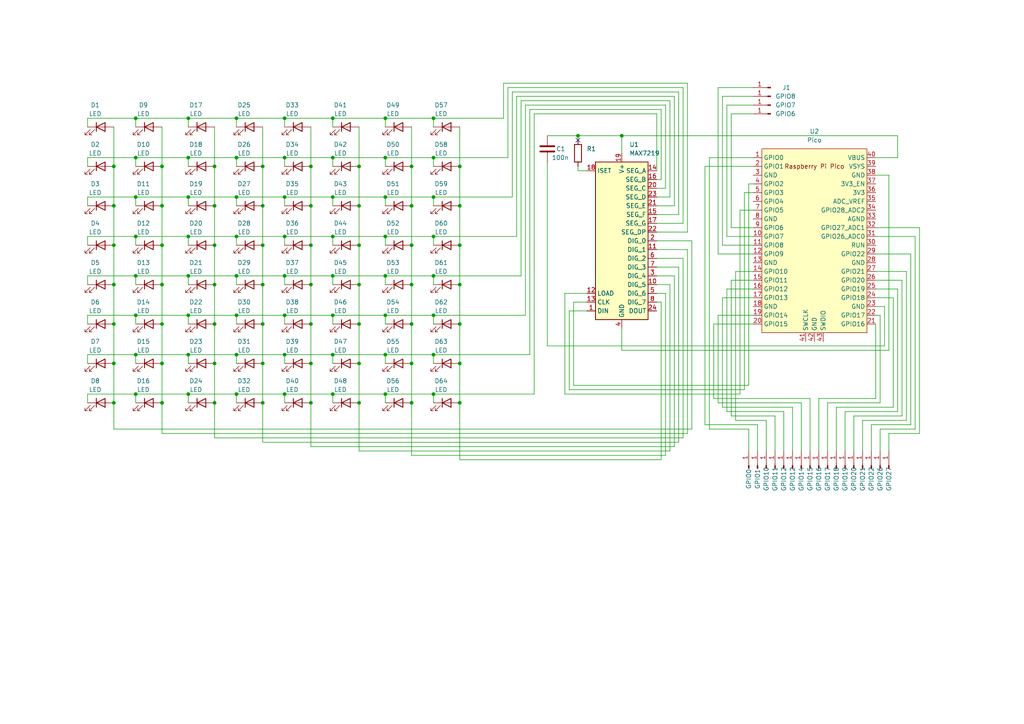
<source format=kicad_sch>
(kicad_sch (version 20231120) (generator "eeschema") (generator_version "8.0")
  (paper "A4")
  (junction (at 68.58 34.29))
  (junction (at 111.76 57.15))
  (junction (at 167.64 39.37))
  (junction (at 62.23 71.12))
  (junction (at 68.58 80.01))
  (junction (at 180.34 39.37))
  (junction (at 125.73 34.29))
  (junction (at 62.23 59.69))
  (junction (at 96.52 68.58))
  (junction (at 90.17 93.98))
  (junction (at 68.58 45.72))
  (junction (at 104.14 48.26))
  (junction (at 96.52 34.29))
  (junction (at 104.14 116.84))
  (junction (at 133.35 105.41))
  (junction (at 39.37 68.58))
  (junction (at 82.55 34.29))
  (junction (at 104.14 93.98))
  (junction (at 62.23 82.55))
  (junction (at 54.61 45.72))
  (junction (at 62.23 116.84))
  (junction (at 33.02 93.98))
  (junction (at 96.52 57.15))
  (junction (at 90.17 105.41))
  (junction (at 62.23 48.26))
  (junction (at 96.52 102.87))
  (junction (at 46.99 93.98))
  (junction (at 39.37 45.72))
  (junction (at 68.58 57.15))
  (junction (at 68.58 68.58))
  (junction (at 104.14 82.55))
  (junction (at 62.23 93.98))
  (junction (at 76.2 59.69))
  (junction (at 33.02 116.84))
  (junction (at 33.02 82.55))
  (junction (at 119.38 116.84))
  (junction (at 125.73 102.87))
  (junction (at 90.17 71.12))
  (junction (at 82.55 91.44))
  (junction (at 82.55 102.87))
  (junction (at 54.61 57.15))
  (junction (at 46.99 71.12))
  (junction (at 54.61 102.87))
  (junction (at 111.76 80.01))
  (junction (at 133.35 93.98))
  (junction (at 54.61 34.29))
  (junction (at 76.2 105.41))
  (junction (at 90.17 59.69))
  (junction (at 46.99 105.41))
  (junction (at 54.61 114.3))
  (junction (at 125.73 114.3))
  (junction (at 125.73 91.44))
  (junction (at 111.76 114.3))
  (junction (at 90.17 116.84))
  (junction (at 125.73 80.01))
  (junction (at 133.35 48.26))
  (junction (at 125.73 45.72))
  (junction (at 133.35 71.12))
  (junction (at 46.99 59.69))
  (junction (at 90.17 82.55))
  (junction (at 46.99 48.26))
  (junction (at 39.37 34.29))
  (junction (at 33.02 71.12))
  (junction (at 96.52 80.01))
  (junction (at 119.38 71.12))
  (junction (at 33.02 48.26))
  (junction (at 125.73 57.15))
  (junction (at 82.55 57.15))
  (junction (at 54.61 80.01))
  (junction (at 119.38 93.98))
  (junction (at 39.37 114.3))
  (junction (at 39.37 91.44))
  (junction (at 33.02 105.41))
  (junction (at 96.52 45.72))
  (junction (at 111.76 45.72))
  (junction (at 76.2 71.12))
  (junction (at 82.55 45.72))
  (junction (at 76.2 48.26))
  (junction (at 133.35 82.55))
  (junction (at 111.76 68.58))
  (junction (at 104.14 59.69))
  (junction (at 62.23 105.41))
  (junction (at 119.38 82.55))
  (junction (at 96.52 114.3))
  (junction (at 111.76 34.29))
  (junction (at 68.58 91.44))
  (junction (at 68.58 114.3))
  (junction (at 82.55 68.58))
  (junction (at 111.76 91.44))
  (junction (at 33.02 59.69))
  (junction (at 125.73 68.58))
  (junction (at 39.37 57.15))
  (junction (at 46.99 116.84))
  (junction (at 54.61 91.44))
  (junction (at 119.38 59.69))
  (junction (at 46.99 82.55))
  (junction (at 96.52 91.44))
  (junction (at 54.61 68.58))
  (junction (at 133.35 59.69))
  (junction (at 76.2 82.55))
  (junction (at 104.14 105.41))
  (junction (at 119.38 48.26))
  (junction (at 82.55 80.01))
  (junction (at 39.37 102.87))
  (junction (at 133.35 116.84))
  (junction (at 68.58 102.87))
  (junction (at 90.17 48.26))
  (junction (at 104.14 71.12))
  (junction (at 76.2 93.98))
  (junction (at 111.76 102.87))
  (junction (at 82.55 114.3))
  (junction (at 39.37 80.01))
  (junction (at 119.38 105.41))
  (junction (at 76.2 116.84))
  (no_connect (at 167.64 40.64))
  (wire (pts (xy 76.2 82.55) (xy 76.2 93.98)))
  (wire (pts (xy 252.73 123.19) (xy 252.73 130.81)))
  (wire (pts (xy 68.58 57.15) (xy 82.55 57.15)))
  (wire (pts (xy 199.39 67.31) (xy 199.39 24.13)))
  (wire (pts (xy 125.73 34.29) (xy 125.73 36.83)))
  (wire (pts (xy 190.5 72.39) (xy 199.39 72.39)))
  (wire (pts (xy 119.38 93.98) (xy 119.38 105.41)))
  (wire (pts (xy 250.19 121.92) (xy 250.19 130.81)))
  (wire (pts (xy 68.58 34.29) (xy 68.58 36.83)))
  (wire (pts (xy 232.41 116.84) (xy 232.41 130.81)))
  (wire (pts (xy 218.44 78.74) (xy 213.36 78.74)))
  (wire (pts (xy 39.37 34.29) (xy 54.61 34.29)))
  (wire (pts (xy 90.17 36.83) (xy 90.17 48.26)))
  (wire (pts (xy 200.66 69.85) (xy 200.66 124.46)))
  (wire (pts (xy 125.73 57.15) (xy 125.73 59.69)))
  (wire (pts (xy 54.61 68.58) (xy 54.61 71.12)))
  (wire (pts (xy 25.4 82.55) (xy 25.4 80.01)))
  (wire (pts (xy 151.13 29.21) (xy 194.31 29.21)))
  (wire (pts (xy 215.9 55.88) (xy 215.9 113.03)))
  (wire (pts (xy 218.44 91.44) (xy 208.28 91.44)))
  (wire (pts (xy 167.64 39.37) (xy 180.34 39.37)))
  (wire (pts (xy 33.02 71.12) (xy 33.02 82.55)))
  (wire (pts (xy 219.71 123.19) (xy 219.71 130.81)))
  (wire (pts (xy 180.34 39.37) (xy 260.35 39.37)))
  (wire (pts (xy 111.76 80.01) (xy 125.73 80.01)))
  (wire (pts (xy 96.52 68.58) (xy 96.52 71.12)))
  (wire (pts (xy 39.37 91.44) (xy 54.61 91.44)))
  (wire (pts (xy 208.28 91.44) (xy 208.28 116.84)))
  (wire (pts (xy 218.44 53.34) (xy 217.17 53.34)))
  (wire (pts (xy 111.76 102.87) (xy 125.73 102.87)))
  (wire (pts (xy 33.02 59.69) (xy 33.02 71.12)))
  (wire (pts (xy 212.09 33.02) (xy 212.09 66.04)))
  (wire (pts (xy 218.44 33.02) (xy 212.09 33.02)))
  (wire (pts (xy 82.55 102.87) (xy 82.55 105.41)))
  (wire (pts (xy 39.37 34.29) (xy 39.37 36.83)))
  (wire (pts (xy 33.02 36.83) (xy 33.02 48.26)))
  (wire (pts (xy 68.58 102.87) (xy 82.55 102.87)))
  (wire (pts (xy 146.05 24.13) (xy 146.05 34.29)))
  (wire (pts (xy 194.31 130.81) (xy 194.31 82.55)))
  (wire (pts (xy 96.52 45.72) (xy 111.76 45.72)))
  (wire (pts (xy 54.61 91.44) (xy 54.61 93.98)))
  (wire (pts (xy 242.57 118.11) (xy 259.08 118.11)))
  (wire (pts (xy 82.55 114.3) (xy 96.52 114.3)))
  (wire (pts (xy 163.83 85.09) (xy 170.18 85.09)))
  (wire (pts (xy 264.16 73.66) (xy 254 73.66)))
  (wire (pts (xy 68.58 91.44) (xy 68.58 93.98)))
  (wire (pts (xy 119.38 59.69) (xy 119.38 71.12)))
  (wire (pts (xy 154.94 33.02) (xy 154.94 114.3)))
  (wire (pts (xy 196.85 62.23) (xy 190.5 62.23)))
  (wire (pts (xy 255.27 124.46) (xy 255.27 130.81)))
  (wire (pts (xy 191.77 52.07) (xy 190.5 52.07)))
  (wire (pts (xy 190.5 85.09) (xy 193.04 85.09)))
  (wire (pts (xy 46.99 82.55) (xy 46.99 93.98)))
  (wire (pts (xy 33.02 105.41) (xy 33.02 116.84)))
  (wire (pts (xy 195.58 27.94) (xy 149.86 27.94)))
  (wire (pts (xy 96.52 57.15) (xy 111.76 57.15)))
  (wire (pts (xy 62.23 36.83) (xy 62.23 48.26)))
  (wire (pts (xy 54.61 80.01) (xy 54.61 82.55)))
  (wire (pts (xy 68.58 80.01) (xy 68.58 82.55)))
  (wire (pts (xy 218.44 60.96) (xy 214.63 60.96)))
  (wire (pts (xy 90.17 129.54) (xy 195.58 129.54)))
  (wire (pts (xy 214.63 60.96) (xy 214.63 114.3)))
  (wire (pts (xy 68.58 114.3) (xy 68.58 116.84)))
  (wire (pts (xy 245.11 119.38) (xy 260.35 119.38)))
  (wire (pts (xy 247.65 120.65) (xy 261.62 120.65)))
  (wire (pts (xy 68.58 68.58) (xy 68.58 71.12)))
  (wire (pts (xy 111.76 114.3) (xy 125.73 114.3)))
  (wire (pts (xy 54.61 102.87) (xy 54.61 105.41)))
  (wire (pts (xy 210.82 30.48) (xy 210.82 68.58)))
  (wire (pts (xy 170.18 49.53) (xy 167.64 49.53)))
  (wire (pts (xy 224.79 130.81) (xy 224.79 120.65)))
  (wire (pts (xy 125.73 114.3) (xy 125.73 116.84)))
  (wire (pts (xy 266.7 66.04) (xy 254 66.04)))
  (wire (pts (xy 33.02 93.98) (xy 33.02 105.41)))
  (wire (pts (xy 62.23 105.41) (xy 62.23 116.84)))
  (wire (pts (xy 25.4 36.83) (xy 25.4 34.29)))
  (wire (pts (xy 54.61 57.15) (xy 68.58 57.15)))
  (wire (pts (xy 252.73 123.19) (xy 264.16 123.19)))
  (wire (pts (xy 82.55 57.15) (xy 82.55 59.69)))
  (wire (pts (xy 190.5 54.61) (xy 193.04 54.61)))
  (wire (pts (xy 25.4 91.44) (xy 39.37 91.44)))
  (wire (pts (xy 212.09 120.65) (xy 212.09 81.28)))
  (wire (pts (xy 39.37 102.87) (xy 39.37 105.41)))
  (wire (pts (xy 193.04 30.48) (xy 152.4 30.48)))
  (wire (pts (xy 133.35 105.41) (xy 133.35 116.84)))
  (wire (pts (xy 125.73 102.87) (xy 153.67 102.87)))
  (wire (pts (xy 257.81 125.73) (xy 257.81 130.81)))
  (wire (pts (xy 260.35 83.82) (xy 260.35 119.38)))
  (wire (pts (xy 133.35 36.83) (xy 133.35 48.26)))
  (wire (pts (xy 222.25 121.92) (xy 222.25 130.81)))
  (wire (pts (xy 62.23 127) (xy 198.12 127)))
  (wire (pts (xy 33.02 82.55) (xy 33.02 93.98)))
  (wire (pts (xy 214.63 114.3) (xy 163.83 114.3)))
  (wire (pts (xy 25.4 48.26) (xy 25.4 45.72)))
  (wire (pts (xy 82.55 102.87) (xy 96.52 102.87)))
  (wire (pts (xy 119.38 105.41) (xy 119.38 116.84)))
  (wire (pts (xy 149.86 27.94) (xy 149.86 68.58)))
  (wire (pts (xy 190.5 59.69) (xy 195.58 59.69)))
  (wire (pts (xy 153.67 31.75) (xy 191.77 31.75)))
  (wire (pts (xy 111.76 91.44) (xy 111.76 93.98)))
  (wire (pts (xy 104.14 130.81) (xy 194.31 130.81)))
  (wire (pts (xy 90.17 93.98) (xy 90.17 105.41)))
  (wire (pts (xy 68.58 45.72) (xy 82.55 45.72)))
  (wire (pts (xy 39.37 45.72) (xy 54.61 45.72)))
  (wire (pts (xy 62.23 116.84) (xy 62.23 127)))
  (wire (pts (xy 96.52 80.01) (xy 111.76 80.01)))
  (wire (pts (xy 194.31 29.21) (xy 194.31 57.15)))
  (wire (pts (xy 76.2 105.41) (xy 76.2 116.84)))
  (wire (pts (xy 25.4 68.58) (xy 39.37 68.58)))
  (wire (pts (xy 261.62 81.28) (xy 261.62 120.65)))
  (wire (pts (xy 212.09 81.28) (xy 218.44 81.28)))
  (wire (pts (xy 125.73 91.44) (xy 125.73 93.98)))
  (wire (pts (xy 39.37 68.58) (xy 39.37 71.12)))
  (wire (pts (xy 82.55 80.01) (xy 96.52 80.01)))
  (wire (pts (xy 125.73 68.58) (xy 149.86 68.58)))
  (wire (pts (xy 257.81 50.8) (xy 254 50.8)))
  (wire (pts (xy 68.58 34.29) (xy 82.55 34.29)))
  (wire (pts (xy 266.7 125.73) (xy 266.7 66.04)))
  (wire (pts (xy 209.55 71.12) (xy 218.44 71.12)))
  (wire (pts (xy 254 93.98) (xy 254 115.57)))
  (wire (pts (xy 133.35 59.69) (xy 133.35 71.12)))
  (wire (pts (xy 111.76 34.29) (xy 111.76 36.83)))
  (wire (pts (xy 104.14 36.83) (xy 104.14 48.26)))
  (wire (pts (xy 193.04 54.61) (xy 193.04 30.48)))
  (wire (pts (xy 82.55 114.3) (xy 82.55 116.84)))
  (wire (pts (xy 90.17 71.12) (xy 90.17 82.55)))
  (wire (pts (xy 54.61 34.29) (xy 54.61 36.83)))
  (wire (pts (xy 166.37 111.76) (xy 166.37 87.63)))
  (wire (pts (xy 46.99 116.84) (xy 46.99 125.73)))
  (wire (pts (xy 82.55 45.72) (xy 96.52 45.72)))
  (wire (pts (xy 198.12 25.4) (xy 198.12 64.77)))
  (wire (pts (xy 205.74 45.72) (xy 205.74 124.46)))
  (wire (pts (xy 245.11 119.38) (xy 245.11 130.81)))
  (wire (pts (xy 90.17 48.26) (xy 90.17 59.69)))
  (wire (pts (xy 199.39 125.73) (xy 199.39 72.39)))
  (wire (pts (xy 54.61 68.58) (xy 68.58 68.58)))
  (wire (pts (xy 39.37 80.01) (xy 39.37 82.55)))
  (wire (pts (xy 265.43 68.58) (xy 265.43 124.46)))
  (wire (pts (xy 39.37 91.44) (xy 39.37 93.98)))
  (wire (pts (xy 205.74 124.46) (xy 217.17 124.46)))
  (wire (pts (xy 25.4 114.3) (xy 39.37 114.3)))
  (wire (pts (xy 96.52 80.01) (xy 96.52 82.55)))
  (wire (pts (xy 104.14 71.12) (xy 104.14 82.55)))
  (wire (pts (xy 82.55 57.15) (xy 96.52 57.15)))
  (wire (pts (xy 96.52 57.15) (xy 96.52 59.69)))
  (wire (pts (xy 254 115.57) (xy 237.49 115.57)))
  (wire (pts (xy 82.55 91.44) (xy 96.52 91.44)))
  (wire (pts (xy 195.58 59.69) (xy 195.58 27.94)))
  (wire (pts (xy 165.1 90.17) (xy 170.18 90.17)))
  (wire (pts (xy 257.81 50.8) (xy 257.81 101.6)))
  (wire (pts (xy 82.55 34.29) (xy 82.55 36.83)))
  (wire (pts (xy 68.58 114.3) (xy 82.55 114.3)))
  (wire (pts (xy 196.85 26.67) (xy 196.85 62.23)))
  (wire (pts (xy 256.54 88.9) (xy 256.54 100.33)))
  (wire (pts (xy 39.37 57.15) (xy 54.61 57.15)))
  (wire (pts (xy 96.52 34.29) (xy 96.52 36.83)))
  (wire (pts (xy 46.99 105.41) (xy 46.99 116.84)))
  (wire (pts (xy 82.55 68.58) (xy 82.55 71.12)))
  (wire (pts (xy 196.85 128.27) (xy 196.85 77.47)))
  (wire (pts (xy 198.12 64.77) (xy 190.5 64.77)))
  (wire (pts (xy 33.02 124.46) (xy 200.66 124.46)))
  (wire (pts (xy 250.19 121.92) (xy 262.89 121.92)))
  (wire (pts (xy 125.73 34.29) (xy 146.05 34.29)))
  (wire (pts (xy 54.61 45.72) (xy 54.61 48.26)))
  (wire (pts (xy 125.73 80.01) (xy 151.13 80.01)))
  (wire (pts (xy 254 81.28) (xy 261.62 81.28)))
  (wire (pts (xy 262.89 78.74) (xy 254 78.74)))
  (wire (pts (xy 76.2 116.84) (xy 76.2 128.27)))
  (wire (pts (xy 190.5 33.02) (xy 154.94 33.02)))
  (wire (pts (xy 194.31 57.15) (xy 190.5 57.15)))
  (wire (pts (xy 90.17 82.55) (xy 90.17 93.98)))
  (wire (pts (xy 82.55 80.01) (xy 82.55 82.55)))
  (wire (pts (xy 218.44 30.48) (xy 210.82 30.48)))
  (wire (pts (xy 190.5 67.31) (xy 199.39 67.31)))
  (wire (pts (xy 54.61 45.72) (xy 68.58 45.72)))
  (wire (pts (xy 90.17 59.69) (xy 90.17 71.12)))
  (wire (pts (xy 76.2 48.26) (xy 76.2 59.69)))
  (wire (pts (xy 213.36 121.92) (xy 222.25 121.92)))
  (wire (pts (xy 199.39 24.13) (xy 146.05 24.13)))
  (wire (pts (xy 90.17 105.41) (xy 90.17 116.84)))
  (wire (pts (xy 76.2 36.83) (xy 76.2 48.26)))
  (wire (pts (xy 218.44 25.4) (xy 208.28 25.4)))
  (wire (pts (xy 25.4 116.84) (xy 25.4 114.3)))
  (wire (pts (xy 190.5 77.47) (xy 196.85 77.47)))
  (wire (pts (xy 46.99 93.98) (xy 46.99 105.41)))
  (wire (pts (xy 25.4 71.12) (xy 25.4 68.58)))
  (wire (pts (xy 46.99 36.83) (xy 46.99 48.26)))
  (wire (pts (xy 68.58 68.58) (xy 82.55 68.58)))
  (wire (pts (xy 255.27 124.46) (xy 265.43 124.46)))
  (wire (pts (xy 96.52 102.87) (xy 96.52 105.41)))
  (wire (pts (xy 111.76 45.72) (xy 111.76 48.26)))
  (wire (pts (xy 208.28 25.4) (xy 208.28 73.66)))
  (wire (pts (xy 163.83 114.3) (xy 163.83 85.09)))
  (wire (pts (xy 180.34 39.37) (xy 180.34 44.45)))
  (wire (pts (xy 190.5 49.53) (xy 190.5 33.02)))
  (wire (pts (xy 191.77 31.75) (xy 191.77 52.07)))
  (wire (pts (xy 54.61 80.01) (xy 68.58 80.01)))
  (wire (pts (xy 104.14 82.55) (xy 104.14 93.98)))
  (wire (pts (xy 190.5 87.63) (xy 191.77 87.63)))
  (wire (pts (xy 125.73 57.15) (xy 148.59 57.15)))
  (wire (pts (xy 229.87 118.11) (xy 229.87 130.81)))
  (wire (pts (xy 209.55 118.11) (xy 229.87 118.11)))
  (wire (pts (xy 119.38 116.84) (xy 119.38 132.08)))
  (wire (pts (xy 111.76 45.72) (xy 125.73 45.72)))
  (wire (pts (xy 68.58 57.15) (xy 68.58 59.69)))
  (wire (pts (xy 68.58 80.01) (xy 82.55 80.01)))
  (wire (pts (xy 218.44 83.82) (xy 210.82 83.82)))
  (wire (pts (xy 76.2 59.69) (xy 76.2 71.12)))
  (wire (pts (xy 82.55 91.44) (xy 82.55 93.98)))
  (wire (pts (xy 104.14 59.69) (xy 104.14 71.12)))
  (wire (pts (xy 96.52 114.3) (xy 96.52 116.84)))
  (wire (pts (xy 62.23 71.12) (xy 62.23 82.55)))
  (wire (pts (xy 148.59 26.67) (xy 148.59 57.15)))
  (wire (pts (xy 104.14 116.84) (xy 104.14 130.81)))
  (wire (pts (xy 119.38 48.26) (xy 119.38 59.69)))
  (wire (pts (xy 147.32 25.4) (xy 198.12 25.4)))
  (wire (pts (xy 240.03 116.84) (xy 240.03 130.81)))
  (wire (pts (xy 46.99 48.26) (xy 46.99 59.69)))
  (wire (pts (xy 210.82 83.82) (xy 210.82 119.38)))
  (wire (pts (xy 54.61 102.87) (xy 68.58 102.87)))
  (wire (pts (xy 167.64 40.64) (xy 167.64 39.37)))
  (wire (pts (xy 195.58 80.01) (xy 195.58 129.54)))
  (wire (pts (xy 133.35 93.98) (xy 133.35 105.41)))
  (wire (pts (xy 39.37 114.3) (xy 39.37 116.84)))
  (wire (pts (xy 125.73 102.87) (xy 125.73 105.41)))
  (wire (pts (xy 119.38 132.08) (xy 193.04 132.08)))
  (wire (pts (xy 204.47 123.19) (xy 219.71 123.19)))
  (wire (pts (xy 104.14 48.26) (xy 104.14 59.69)))
  (wire (pts (xy 111.76 80.01) (xy 111.76 82.55)))
  (wire (pts (xy 254 86.36) (xy 259.08 86.36)))
  (wire (pts (xy 133.35 71.12) (xy 133.35 82.55)))
  (wire (pts (xy 46.99 125.73) (xy 199.39 125.73)))
  (wire (pts (xy 210.82 68.58) (xy 218.44 68.58)))
  (wire (pts (xy 207.01 115.57) (xy 234.95 115.57)))
  (wire (pts (xy 264.16 123.19) (xy 264.16 73.66)))
  (wire (pts (xy 96.52 91.44) (xy 111.76 91.44)))
  (wire (pts (xy 96.52 91.44) (xy 96.52 93.98)))
  (wire (pts (xy 255.27 116.84) (xy 240.03 116.84)))
  (wire (pts (xy 119.38 71.12) (xy 119.38 82.55)))
  (wire (pts (xy 25.4 93.98) (xy 25.4 91.44)))
  (wire (pts (xy 96.52 68.58) (xy 111.76 68.58)))
  (wire (pts (xy 76.2 128.27) (xy 196.85 128.27)))
  (wire (pts (xy 215.9 113.03) (xy 165.1 113.03)))
  (wire (pts (xy 125.73 68.58) (xy 125.73 71.12)))
  (wire (pts (xy 133.35 116.84) (xy 133.35 133.35)))
  (wire (pts (xy 198.12 74.93) (xy 198.12 127)))
  (wire (pts (xy 25.4 57.15) (xy 39.37 57.15)))
  (wire (pts (xy 218.44 55.88) (xy 215.9 55.88)))
  (wire (pts (xy 54.61 91.44) (xy 68.58 91.44)))
  (wire (pts (xy 25.4 80.01) (xy 39.37 80.01)))
  (wire (pts (xy 90.17 116.84) (xy 90.17 129.54)))
  (wire (pts (xy 213.36 78.74) (xy 213.36 121.92)))
  (wire (pts (xy 234.95 115.57) (xy 234.95 130.81)))
  (wire (pts (xy 25.4 34.29) (xy 39.37 34.29)))
  (wire (pts (xy 39.37 57.15) (xy 39.37 59.69)))
  (wire (pts (xy 54.61 34.29) (xy 68.58 34.29)))
  (wire (pts (xy 217.17 53.34) (xy 217.17 111.76)))
  (wire (pts (xy 39.37 102.87) (xy 54.61 102.87)))
  (wire (pts (xy 218.44 27.94) (xy 209.55 27.94)))
  (wire (pts (xy 76.2 93.98) (xy 76.2 105.41)))
  (wire (pts (xy 193.04 85.09) (xy 193.04 132.08)))
  (wire (pts (xy 39.37 45.72) (xy 39.37 48.26)))
  (wire (pts (xy 25.4 102.87) (xy 39.37 102.87)))
  (wire (pts (xy 148.59 26.67) (xy 196.85 26.67)))
  (wire (pts (xy 25.4 45.72) (xy 39.37 45.72)))
  (wire (pts (xy 33.02 48.26) (xy 33.02 59.69)))
  (wire (pts (xy 167.64 49.53) (xy 167.64 48.26)))
  (wire (pts (xy 208.28 116.84) (xy 232.41 116.84)))
  (wire (pts (xy 133.35 133.35) (xy 191.77 133.35)))
  (wire (pts (xy 180.34 95.25) (xy 180.34 101.6)))
  (wire (pts (xy 46.99 71.12) (xy 46.99 82.55)))
  (wire (pts (xy 242.57 118.11) (xy 242.57 130.81)))
  (wire (pts (xy 25.4 59.69) (xy 25.4 57.15)))
  (wire (pts (xy 212.09 66.04) (xy 218.44 66.04)))
  (wire (pts (xy 209.55 27.94) (xy 209.55 71.12)))
  (wire (pts (xy 165.1 113.03) (xy 165.1 90.17)))
  (wire (pts (xy 111.76 57.15) (xy 111.76 59.69)))
  (wire (pts (xy 217.17 111.76) (xy 166.37 111.76)))
  (wire (pts (xy 133.35 48.26) (xy 133.35 59.69)))
  (wire (pts (xy 111.76 68.58) (xy 125.73 68.58)))
  (wire (pts (xy 260.35 83.82) (xy 254 83.82)))
  (wire (pts (xy 218.44 86.36) (xy 209.55 86.36)))
  (wire (pts (xy 217.17 124.46) (xy 217.17 130.81)))
  (wire (pts (xy 62.23 82.55) (xy 62.23 93.98)))
  (wire (pts (xy 111.76 91.44) (xy 125.73 91.44)))
  (wire (pts (xy 218.44 45.72) (xy 205.74 45.72)))
  (wire (pts (xy 25.4 105.41) (xy 25.4 102.87)))
  (wire (pts (xy 190.5 74.93) (xy 198.12 74.93)))
  (wire (pts (xy 96.52 114.3) (xy 111.76 114.3)))
  (wire (pts (xy 111.76 114.3) (xy 111.76 116.84)))
  (wire (pts (xy 111.76 34.29) (xy 125.73 34.29)))
  (wire (pts (xy 54.61 114.3) (xy 54.61 116.84)))
  (wire (pts (xy 96.52 45.72) (xy 96.52 48.26)))
  (wire (pts (xy 180.34 101.6) (xy 257.81 101.6)))
  (wire (pts (xy 125.73 45.72) (xy 125.73 48.26)))
  (wire (pts (xy 133.35 82.55) (xy 133.35 93.98)))
  (wire (pts (xy 151.13 29.21) (xy 151.13 80.01)))
  (wire (pts (xy 82.55 34.29) (xy 96.52 34.29)))
  (wire (pts (xy 158.75 46.99) (xy 158.75 100.33)))
  (wire (pts (xy 104.14 93.98) (xy 104.14 105.41)))
  (wire (pts (xy 207.01 93.98) (xy 207.01 115.57)))
  (wire (pts (xy 254 68.58) (xy 265.43 68.58)))
  (wire (pts (xy 96.52 34.29) (xy 111.76 34.29)))
  (wire (pts (xy 259.08 86.36) (xy 259.08 118.11)))
  (wire (pts (xy 158.75 39.37) (xy 167.64 39.37)))
  (wire (pts (xy 210.82 119.38) (xy 227.33 119.38)))
  (wire (pts (xy 62.23 59.69) (xy 62.23 71.12)))
  (wire (pts (xy 39.37 80.01) (xy 54.61 80.01)))
  (wire (pts (xy 227.33 119.38) (xy 227.33 130.81)))
  (wire (pts (xy 125.73 91.44) (xy 152.4 91.44)))
  (wire (pts (xy 190.5 80.01) (xy 195.58 80.01)))
  (wire (pts (xy 191.77 87.63) (xy 191.77 133.35)))
  (wire (pts (xy 111.76 57.15) (xy 125.73 57.15)))
  (wire (pts (xy 237.49 115.57) (xy 237.49 130.81)))
  (wire (pts (xy 208.28 73.66) (xy 218.44 73.66)))
  (wire (pts (xy 76.2 71.12) (xy 76.2 82.55)))
  (wire (pts (xy 125.73 45.72) (xy 147.32 45.72)))
  (wire (pts (xy 260.35 39.37) (xy 260.35 45.72)))
  (wire (pts (xy 111.76 68.58) (xy 111.76 71.12)))
  (wire (pts (xy 218.44 48.26) (xy 204.47 48.26)))
  (wire (pts (xy 33.02 116.84) (xy 33.02 124.46)))
  (wire (pts (xy 254 91.44) (xy 255.27 91.44)))
  (wire (pts (xy 96.52 102.87) (xy 111.76 102.87)))
  (wire (pts (xy 104.14 105.41) (xy 104.14 116.84)))
  (wire (pts (xy 218.44 93.98) (xy 207.01 93.98)))
  (wire (pts (xy 153.67 31.75) (xy 153.67 102.87)))
  (wire (pts (xy 152.4 30.48) (xy 152.4 91.44)))
  (wire (pts (xy 54.61 57.15) (xy 54.61 59.69)))
  (wire (pts (xy 68.58 102.87) (xy 68.58 105.41)))
  (wire (pts (xy 68.58 91.44) (xy 82.55 91.44)))
  (wire (pts (xy 147.32 25.4) (xy 147.32 45.72)))
  (wire (pts (xy 46.99 59.69) (xy 46.99 71.12)))
  (wire (pts (xy 209.55 86.36) (xy 209.55 118.11)))
  (wire (pts (xy 119.38 36.83) (xy 119.38 48.26)))
  (wire (pts (xy 190.5 69.85) (xy 200.66 69.85)))
  (wire (pts (xy 262.89 121.92) (xy 262.89 78.74)))
  (wire (pts (xy 255.27 91.44) (xy 255.27 116.84)))
  (wire (pts (xy 204.47 48.26) (xy 204.47 123.19)))
  (wire (pts (xy 260.35 45.72) (xy 254 45.72)))
  (wire (pts (xy 54.61 114.3) (xy 68.58 114.3)))
  (wire (pts (xy 125.73 80.01) (xy 125.73 82.55)))
  (wire (pts (xy 62.23 93.98) (xy 62.23 105.41)))
  (wire (pts (xy 39.37 114.3) (xy 54.61 114.3)))
  (wire (pts (xy 119.38 82.55) (xy 119.38 93.98)))
  (wire (pts (xy 111.76 102.87) (xy 111.76 105.41)))
  (wire (pts (xy 190.5 82.55) (xy 194.31 82.55)))
  (wire (pts (xy 256.54 100.33) (xy 158.75 100.33)))
  (wire (pts (xy 247.65 120.65) (xy 247.65 130.81)))
  (wire (pts (xy 39.37 68.58) (xy 54.61 68.58)))
  (wire (pts (xy 68.58 45.72) (xy 68.58 48.26)))
  (wire (pts (xy 256.54 88.9) (xy 254 88.9)))
  (wire (pts (xy 125.73 114.3) (xy 154.94 114.3)))
  (wire (pts (xy 224.79 120.65) (xy 212.09 120.65)))
  (wire (pts (xy 257.81 125.73) (xy 266.7 125.73)))
  (wire (pts (xy 82.55 45.72) (xy 82.55 48.26)))
  (wire (pts (xy 62.23 48.26) (xy 62.23 59.69)))
  (wire (pts (xy 82.55 68.58) (xy 96.52 68.58)))
  (wire (pts (xy 166.37 87.63) (xy 170.18 87.63)))
  (symbol (lib_id "Device:LED") (at 115.57 59.69 0) (unit 1)
    (property "Reference" "D51" (at 113.9825 53.34 0))
    (property "Value" "LED" (at 113.9825 55.88 0))
    (property "Footprint" "LED_THT:LED_D3.0mm_Clear" (effects (hide yes)))
    (property "Description" "Light emitting diode" (effects (hide yes)))
  )
  (symbol (lib_id "Connector:Conn_01x01_Pin") (at 257.81 135.89 90) (unit 1)
    (property "Reference" "GPIO27" (at 257.81 138.938 0))
    (property "Value" "Conn_01x01_Pin" (effects (hide yes)))
    (property "Footprint" "Connector_Pin:Pin_D1.2mm_L11.3mm_W3.0mm_Flat" (effects (hide yes)))
    (property "Description" "Generic connector, single row, 01x01, script generated" (effects (hide yes)))
  )
  (symbol (lib_id "Device:LED") (at 129.54 59.69 0) (unit 1)
    (property "Reference" "D59" (at 127.9525 53.34 0))
    (property "Value" "LED" (at 127.9525 55.88 0))
    (property "Footprint" "LED_THT:LED_D3.0mm_Clear" (effects (hide yes)))
    (property "Description" "Light emitting diode" (effects (hide yes)))
  )
  (symbol (lib_id "Device:LED") (at 129.54 48.26 0) (unit 1)
    (property "Reference" "D58" (at 127.9525 41.91 0))
    (property "Value" "LED" (at 127.9525 44.45 0))
    (property "Footprint" "LED_THT:LED_D3.0mm_Clear" (effects (hide yes)))
    (property "Description" "Light emitting diode" (effects (hide yes)))
  )
  (symbol (lib_id "Device:LED") (at 29.21 48.26 0) (unit 1)
    (property "Reference" "D2" (at 27.6225 41.91 0))
    (property "Value" "LED" (at 27.6225 44.45 0))
    (property "Footprint" "LED_THT:LED_D3.0mm_Clear" (effects (hide yes)))
    (property "Description" "Light emitting diode" (effects (hide yes)))
  )
  (symbol (lib_id "Device:LED") (at 100.33 48.26 0) (unit 1)
    (property "Reference" "D42" (at 98.7425 41.91 0))
    (property "Value" "LED" (at 98.7425 44.45 0))
    (property "Footprint" "LED_THT:LED_D3.0mm_Clear" (effects (hide yes)))
    (property "Description" "Light emitting diode" (effects (hide yes)))
  )
  (symbol (lib_id "Device:LED") (at 43.18 93.98 0) (unit 1)
    (property "Reference" "D14" (at 41.5925 87.63 0))
    (property "Value" "LED" (at 41.5925 90.17 0))
    (property "Footprint" "LED_THT:LED_D3.0mm_Clear" (effects (hide yes)))
    (property "Description" "Light emitting diode" (effects (hide yes)))
  )
  (symbol (lib_id "Device:LED") (at 72.39 93.98 0) (unit 1)
    (property "Reference" "D30" (at 70.8025 87.63 0))
    (property "Value" "LED" (at 70.8025 90.17 0))
    (property "Footprint" "LED_THT:LED_D3.0mm_Clear" (effects (hide yes)))
    (property "Description" "Light emitting diode" (effects (hide yes)))
  )
  (symbol (lib_id "Device:LED") (at 86.36 93.98 0) (unit 1)
    (property "Reference" "D38" (at 84.7725 87.63 0))
    (property "Value" "LED" (at 84.7725 90.17 0))
    (property "Footprint" "LED_THT:LED_D3.0mm_Clear" (effects (hide yes)))
    (property "Description" "Light emitting diode" (effects (hide yes)))
  )
  (symbol (lib_id "Device:LED") (at 58.42 36.83 0) (unit 1)
    (property "Reference" "D17" (at 56.8325 30.48 0))
    (property "Value" "LED" (at 56.8325 33.02 0))
    (property "Footprint" "LED_THT:LED_D3.0mm_Clear" (effects (hide yes)))
    (property "Description" "Light emitting diode" (effects (hide yes)))
  )
  (symbol (lib_id "Device:LED") (at 29.21 59.69 0) (unit 1)
    (property "Reference" "D3" (at 27.6225 53.34 0))
    (property "Value" "LED" (at 27.6225 55.88 0))
    (property "Footprint" "LED_THT:LED_D3.0mm_Clear" (effects (hide yes)))
    (property "Description" "Light emitting diode" (effects (hide yes)))
  )
  (symbol (lib_id "Connector:Conn_01x01_Pin") (at 222.25 135.89 90) (unit 1)
    (property "Reference" "GPIO10" (at 222.25 138.938 0))
    (property "Value" "Conn_01x01_Pin" (effects (hide yes)))
    (property "Footprint" "Connector_Pin:Pin_D1.2mm_L11.3mm_W3.0mm_Flat" (effects (hide yes)))
    (property "Description" "Generic connector, single row, 01x01, script generated" (effects (hide yes)))
  )
  (symbol (lib_id "Device:LED") (at 72.39 59.69 0) (unit 1)
    (property "Reference" "D27" (at 70.8025 53.34 0))
    (property "Value" "LED" (at 70.8025 55.88 0))
    (property "Footprint" "LED_THT:LED_D3.0mm_Clear" (effects (hide yes)))
    (property "Description" "Light emitting diode" (effects (hide yes)))
  )
  (symbol (lib_id "Device:LED") (at 72.39 71.12 0) (unit 1)
    (property "Reference" "D28" (at 70.8025 64.77 0))
    (property "Value" "LED" (at 70.8025 67.31 0))
    (property "Footprint" "LED_THT:LED_D3.0mm_Clear" (effects (hide yes)))
    (property "Description" "Light emitting diode" (effects (hide yes)))
  )
  (symbol (lib_id "Device:LED") (at 29.21 93.98 0) (unit 1)
    (property "Reference" "D6" (at 27.6225 87.63 0))
    (property "Value" "LED" (at 27.6225 90.17 0))
    (property "Footprint" "LED_THT:LED_D3.0mm_Clear" (effects (hide yes)))
    (property "Description" "Light emitting diode" (effects (hide yes)))
  )
  (symbol (lib_id "Connector:Conn_01x01_Pin") (at 240.03 135.89 90) (unit 1)
    (property "Reference" "GPIO17" (at 240.03 138.938 0))
    (property "Value" "Conn_01x01_Pin" (effects (hide yes)))
    (property "Footprint" "Connector_Pin:Pin_D1.2mm_L11.3mm_W3.0mm_Flat" (effects (hide yes)))
    (property "Description" "Generic connector, single row, 01x01, script generated" (effects (hide yes)))
  )
  (symbol (lib_id "Device:LED") (at 129.54 116.84 0) (unit 1)
    (property "Reference" "D64" (at 127.9525 110.49 0))
    (property "Value" "LED" (at 127.9525 113.03 0))
    (property "Footprint" "LED_THT:LED_D3.0mm_Clear" (effects (hide yes)))
    (property "Description" "Light emitting diode" (effects (hide yes)))
  )
  (symbol (lib_id "Connector:Conn_01x01_Pin") (at 252.73 135.89 90) (unit 1)
    (property "Reference" "GPIO22" (at 252.73 138.938 0))
    (property "Value" "Conn_01x01_Pin" (effects (hide yes)))
    (property "Footprint" "Connector_Pin:Pin_D1.2mm_L11.3mm_W3.0mm_Flat" (effects (hide yes)))
    (property "Description" "Generic connector, single row, 01x01, script generated" (effects (hide yes)))
  )
  (symbol (lib_id "Connector:Conn_01x01_Pin") (at 250.19 135.89 90) (unit 1)
    (property "Reference" "GPIO21" (at 250.19 138.938 0))
    (property "Value" "Conn_01x01_Pin" (effects (hide yes)))
    (property "Footprint" "Connector_Pin:Pin_D1.2mm_L11.3mm_W3.0mm_Flat" (effects (hide yes)))
    (property "Description" "Generic connector, single row, 01x01, script generated" (effects (hide yes)))
  )
  (symbol (lib_id "Device:LED") (at 115.57 36.83 0) (unit 1)
    (property "Reference" "D49" (at 113.9825 30.48 0))
    (property "Value" "LED" (at 113.9825 33.02 0))
    (property "Footprint" "LED_THT:LED_D3.0mm_Clear" (effects (hide yes)))
    (property "Description" "Light emitting diode" (effects (hide yes)))
  )
  (symbol (lib_id "Connector:Conn_01x01_Pin") (at 237.49 135.89 90) (unit 1)
    (property "Reference" "GPIO16" (at 237.49 138.938 0))
    (property "Value" "Conn_01x01_Pin" (effects (hide yes)))
    (property "Footprint" "Connector_Pin:Pin_D1.2mm_L11.3mm_W3.0mm_Flat" (effects (hide yes)))
    (property "Description" "Generic connector, single row, 01x01, script generated" (effects (hide yes)))
  )
  (symbol (lib_id "Device:LED") (at 115.57 93.98 0) (unit 1)
    (property "Reference" "D54" (at 113.9825 87.63 0))
    (property "Value" "LED" (at 113.9825 90.17 0))
    (property "Footprint" "LED_THT:LED_D3.0mm_Clear" (effects (hide yes)))
    (property "Description" "Light emitting diode" (effects (hide yes)))
  )
  (symbol (lib_id "Device:LED") (at 86.36 36.83 0) (unit 1)
    (property "Reference" "D33" (at 84.7725 30.48 0))
    (property "Value" "LED" (at 84.7725 33.02 0))
    (property "Footprint" "LED_THT:LED_D3.0mm_Clear" (effects (hide yes)))
    (property "Description" "Light emitting diode" (effects (hide yes)))
  )
  (symbol (lib_id "Connector:Conn_01x01_Pin") (at 223.52 27.94 180) (unit 1)
    (property "Reference" "GPIO8" (at 227.838 27.94 0))
    (property "Value" "Conn_01x01_Pin" (effects (hide yes)))
    (property "Footprint" "Connector_Pin:Pin_D1.2mm_L11.3mm_W3.0mm_Flat" (effects (hide yes)))
    (property "Description" "Generic connector, single row, 01x01, script generated" (effects (hide yes)))
  )
  (symbol (lib_id "Device:LED") (at 129.54 82.55 0) (unit 1)
    (property "Reference" "D61" (at 127.9525 76.2 0))
    (property "Value" "LED" (at 127.9525 78.74 0))
    (property "Footprint" "LED_THT:LED_D3.0mm_Clear" (effects (hide yes)))
    (property "Description" "Light emitting diode" (effects (hide yes)))
  )
  (symbol (lib_id "Connector:Conn_01x01_Pin") (at 245.11 135.89 90) (unit 1)
    (property "Reference" "GPIO19" (at 245.11 138.938 0))
    (property "Value" "Conn_01x01_Pin" (effects (hide yes)))
    (property "Footprint" "Connector_Pin:Pin_D1.2mm_L11.3mm_W3.0mm_Flat" (effects (hide yes)))
    (property "Description" "Generic connector, single row, 01x01, script generated" (effects (hide yes)))
  )
  (symbol (lib_id "Device:LED") (at 43.18 105.41 0) (unit 1)
    (property "Reference" "D15" (at 41.5925 99.06 0))
    (property "Value" "LED" (at 41.5925 101.6 0))
    (property "Footprint" "LED_THT:LED_D3.0mm_Clear" (effects (hide yes)))
    (property "Description" "Light emitting diode" (effects (hide yes)))
  )
  (symbol (lib_id "Device:LED") (at 43.18 59.69 0) (unit 1)
    (property "Reference" "D11" (at 41.5925 53.34 0))
    (property "Value" "LED" (at 41.5925 55.88 0))
    (property "Footprint" "LED_THT:LED_D3.0mm_Clear" (effects (hide yes)))
    (property "Description" "Light emitting diode" (effects (hide yes)))
  )
  (symbol (lib_id "Device:LED") (at 29.21 71.12 0) (unit 1)
    (property "Reference" "D4" (at 27.6225 64.77 0))
    (property "Value" "LED" (at 27.6225 67.31 0))
    (property "Footprint" "LED_THT:LED_D3.0mm_Clear" (effects (hide yes)))
    (property "Description" "Light emitting diode" (effects (hide yes)))
  )
  (symbol (lib_id "Connector:Conn_01x01_Pin") (at 223.52 25.4 180) (unit 1)
    (property "Reference" "J1" (at 228.092 25.4 0))
    (property "Value" "Conn_01x01_Pin" (effects (hide yes)))
    (property "Footprint" "Connector_Pin:Pin_D1.2mm_L11.3mm_W3.0mm_Flat" (effects (hide yes)))
    (property "Description" "Generic connector, single row, 01x01, script generated" (effects (hide yes)))
  )
  (symbol (lib_id "Device:LED") (at 115.57 71.12 0) (unit 1)
    (property "Reference" "D52" (at 113.9825 64.77 0))
    (property "Value" "LED" (at 113.9825 67.31 0))
    (property "Footprint" "LED_THT:LED_D3.0mm_Clear" (effects (hide yes)))
    (property "Description" "Light emitting diode" (effects (hide yes)))
  )
  (symbol (lib_id "Device:LED") (at 86.36 116.84 0) (unit 1)
    (property "Reference" "D40" (at 84.7725 110.49 0))
    (property "Value" "LED" (at 84.7725 113.03 0))
    (property "Footprint" "LED_THT:LED_D3.0mm_Clear" (effects (hide yes)))
    (property "Description" "Light emitting diode" (effects (hide yes)))
  )
  (symbol (lib_id "Connector:Conn_01x01_Pin") (at 255.27 135.89 90) (unit 1)
    (property "Reference" "GPIO26" (at 255.27 138.938 0))
    (property "Value" "Conn_01x01_Pin" (effects (hide yes)))
    (property "Footprint" "Connector_Pin:Pin_D1.2mm_L11.3mm_W3.0mm_Flat" (effects (hide yes)))
    (property "Description" "Generic connector, single row, 01x01, script generated" (effects (hide yes)))
  )
  (symbol (lib_id "Device:LED") (at 100.33 116.84 0) (unit 1)
    (property "Reference" "D48" (at 98.7425 110.49 0))
    (property "Value" "LED" (at 98.7425 113.03 0))
    (property "Footprint" "LED_THT:LED_D3.0mm_Clear" (effects (hide yes)))
    (property "Description" "Light emitting diode" (effects (hide yes)))
  )
  (symbol (lib_id "Device:LED") (at 58.42 82.55 0) (unit 1)
    (property "Reference" "D21" (at 56.8325 76.2 0))
    (property "Value" "LED" (at 56.8325 78.74 0))
    (property "Footprint" "LED_THT:LED_D3.0mm_Clear" (effects (hide yes)))
    (property "Description" "Light emitting diode" (effects (hide yes)))
  )
  (symbol (lib_id "Device:LED") (at 72.39 48.26 0) (unit 1)
    (property "Reference" "D26" (at 70.8025 41.91 0))
    (property "Value" "LED" (at 70.8025 44.45 0))
    (property "Footprint" "LED_THT:LED_D3.0mm_Clear" (effects (hide yes)))
    (property "Description" "Light emitting diode" (effects (hide yes)))
  )
  (symbol (lib_id "Connector:Conn_01x01_Pin") (at 229.87 135.89 90) (unit 1)
    (property "Reference" "GPIO12" (at 229.87 138.938 0))
    (property "Value" "Conn_01x01_Pin" (effects (hide yes)))
    (property "Footprint" "Connector_Pin:Pin_D1.2mm_L11.3mm_W3.0mm_Flat" (effects (hide yes)))
    (property "Description" "Generic connector, single row, 01x01, script generated" (effects (hide yes)))
  )
  (symbol (lib_id "Device:LED") (at 43.18 71.12 0) (unit 1)
    (property "Reference" "D12" (at 41.5925 64.77 0))
    (property "Value" "LED" (at 41.5925 67.31 0))
    (property "Footprint" "LED_THT:LED_D3.0mm_Clear" (effects (hide yes)))
    (property "Description" "Light emitting diode" (effects (hide yes)))
  )
  (symbol (lib_id "Device:LED") (at 29.21 36.83 0) (unit 1)
    (property "Reference" "D1" (at 27.6225 30.48 0))
    (property "Value" "LED" (at 27.6225 33.02 0))
    (property "Footprint" "LED_THT:LED_D3.0mm_Clear" (effects (hide yes)))
    (property "Description" "Light emitting diode" (effects (hide yes)))
  )
  (symbol (lib_id "Device:LED") (at 58.42 59.69 0) (unit 1)
    (property "Reference" "D19" (at 56.8325 53.34 0))
    (property "Value" "LED" (at 56.8325 55.88 0))
    (property "Footprint" "LED_THT:LED_D3.0mm_Clear" (effects (hide yes)))
    (property "Description" "Light emitting diode" (effects (hide yes)))
  )
  (symbol (lib_id "Device:LED") (at 29.21 105.41 0) (unit 1)
    (property "Reference" "D7" (at 27.6225 99.06 0))
    (property "Value" "LED" (at 27.6225 101.6 0))
    (property "Footprint" "LED_THT:LED_D3.0mm_Clear" (effects (hide yes)))
    (property "Description" "Light emitting diode" (effects (hide yes)))
  )
  (symbol (lib_id "Connector:Conn_01x01_Pin") (at 242.57 135.89 90) (unit 1)
    (property "Reference" "GPIO18" (at 242.57 138.938 0))
    (property "Value" "Conn_01x01_Pin" (effects (hide yes)))
    (property "Footprint" "Connector_Pin:Pin_D1.2mm_L11.3mm_W3.0mm_Flat" (effects (hide yes)))
    (property "Description" "Generic connector, single row, 01x01, script generated" (effects (hide yes)))
  )
  (symbol (lib_id "Device:LED") (at 86.36 82.55 0) (unit 1)
    (property "Reference" "D37" (at 84.7725 76.2 0))
    (property "Value" "LED" (at 84.7725 78.74 0))
    (property "Footprint" "LED_THT:LED_D3.0mm_Clear" (effects (hide yes)))
    (property "Description" "Light emitting diode" (effects (hide yes)))
  )
  (symbol (lib_id "Connector:Conn_01x01_Pin") (at 223.52 33.02 180) (unit 1)
    (property "Reference" "GPIO6" (at 227.838 33.02 0))
    (property "Value" "Conn_01x01_Pin" (effects (hide yes)))
    (property "Footprint" "Connector_Pin:Pin_D1.2mm_L11.3mm_W3.0mm_Flat" (effects (hide yes)))
    (property "Description" "Generic connector, single row, 01x01, script generated" (effects (hide yes)))
  )
  (symbol (lib_id "Device:LED") (at 58.42 116.84 0) (unit 1)
    (property "Reference" "D24" (at 56.8325 110.49 0))
    (property "Value" "LED" (at 56.8325 113.03 0))
    (property "Footprint" "LED_THT:LED_D3.0mm_Clear" (effects (hide yes)))
    (property "Description" "Light emitting diode" (effects (hide yes)))
  )
  (symbol (lib_id "Driver_LED:MAX7219") (at 180.34 69.85 0) (unit 1)
    (property "Reference" "U1" (at 182.5341 41.91 0) (effects (justify left)))
    (property "Value" "MAX7219" (at 182.5341 44.45 0) (effects (justify left)))
    (property "Footprint" "max7219:DIL24" (effects (hide yes)))
    (property "Datasheet" "https://datasheets.maximintegrated.com/en/ds/MAX7219-MAX7221.pdf" (effects (hide yes)))
    (property "Description" "8-Digit LED Display Driver" (effects (hide yes)))
  )
  (symbol (lib_id "Device:LED") (at 100.33 82.55 0) (unit 1)
    (property "Reference" "D45" (at 98.7425 76.2 0))
    (property "Value" "LED" (at 98.7425 78.74 0))
    (property "Footprint" "LED_THT:LED_D3.0mm_Clear" (effects (hide yes)))
    (property "Description" "Light emitting diode" (effects (hide yes)))
  )
  (symbol (lib_id "Device:LED") (at 58.42 105.41 0) (unit 1)
    (property "Reference" "D23" (at 56.8325 99.06 0))
    (property "Value" "LED" (at 56.8325 101.6 0))
    (property "Footprint" "LED_THT:LED_D3.0mm_Clear" (effects (hide yes)))
    (property "Description" "Light emitting diode" (effects (hide yes)))
  )
  (symbol (lib_id "Device:LED") (at 29.21 116.84 0) (unit 1)
    (property "Reference" "D8" (at 27.6225 110.49 0))
    (property "Value" "LED" (at 27.6225 113.03 0))
    (property "Footprint" "LED_THT:LED_D3.0mm_Clear" (effects (hide yes)))
    (property "Description" "Light emitting diode" (effects (hide yes)))
  )
  (symbol (lib_id "Connector:Conn_01x01_Pin") (at 219.71 135.89 90) (unit 1)
    (property "Reference" "GPIO1" (at 219.71 138.938 0))
    (property "Value" "Conn_01x01_Pin" (effects (hide yes)))
    (property "Footprint" "Connector_Pin:Pin_D1.2mm_L11.3mm_W3.0mm_Flat" (effects (hide yes)))
    (property "Description" "Generic connector, single row, 01x01, script generated" (effects (hide yes)))
  )
  (symbol (lib_id "Connector:Conn_01x01_Pin") (at 217.17 135.89 90) (unit 1)
    (property "Reference" "GPIO0" (at 217.17 138.938 0))
    (property "Value" "Conn_01x01_Pin" (effects (hide yes)))
    (property "Footprint" "Connector_Pin:Pin_D1.2mm_L11.3mm_W3.0mm_Flat" (effects (hide yes)))
    (property "Description" "Generic connector, single row, 01x01, script generated" (effects (hide yes)))
  )
  (symbol (lib_id "Device:LED") (at 115.57 48.26 0) (unit 1)
    (property "Reference" "D50" (at 113.9825 41.91 0))
    (property "Value" "LED" (at 113.9825 44.45 0))
    (property "Footprint" "LED_THT:LED_D3.0mm_Clear" (effects (hide yes)))
    (property "Description" "Light emitting diode" (effects (hide yes)))
  )
  (symbol (lib_id "Device:LED") (at 86.36 71.12 0) (unit 1)
    (property "Reference" "D36" (at 84.7725 64.77 0))
    (property "Value" "LED" (at 84.7725 67.31 0))
    (property "Footprint" "LED_THT:LED_D3.0mm_Clear" (effects (hide yes)))
    (property "Description" "Light emitting diode" (effects (hide yes)))
  )
  (symbol (lib_id "Device:LED") (at 58.42 93.98 0) (unit 1)
    (property "Reference" "D22" (at 56.8325 87.63 0))
    (property "Value" "LED" (at 56.8325 90.17 0))
    (property "Footprint" "LED_THT:LED_D3.0mm_Clear" (effects (hide yes)))
    (property "Description" "Light emitting diode" (effects (hide yes)))
  )
  (symbol (lib_id "Connector:Conn_01x01_Pin") (at 247.65 135.89 90) (unit 1)
    (property "Reference" "GPIO20" (at 247.65 138.938 0))
    (property "Value" "Conn_01x01_Pin" (effects (hide yes)))
    (property "Footprint" "Connector_Pin:Pin_D1.2mm_L11.3mm_W3.0mm_Flat" (effects (hide yes)))
    (property "Description" "Generic connector, single row, 01x01, script generated" (effects (hide yes)))
  )
  (symbol (lib_id "Device:LED") (at 43.18 82.55 0) (unit 1)
    (property "Reference" "D13" (at 41.5925 76.2 0))
    (property "Value" "LED" (at 41.5925 78.74 0))
    (property "Footprint" "LED_THT:LED_D3.0mm_Clear" (effects (hide yes)))
    (property "Description" "Light emitting diode" (effects (hide yes)))
  )
  (symbol (lib_id "Device:LED") (at 86.36 105.41 0) (unit 1)
    (property "Reference" "D39" (at 84.7725 99.06 0))
    (property "Value" "LED" (at 84.7725 101.6 0))
    (property "Footprint" "LED_THT:LED_D3.0mm_Clear" (effects (hide yes)))
    (property "Description" "Light emitting diode" (effects (hide yes)))
  )
  (symbol (lib_id "Device:LED") (at 72.39 116.84 0) (unit 1)
    (property "Reference" "D32" (at 70.8025 110.49 0))
    (property "Value" "LED" (at 70.8025 113.03 0))
    (property "Footprint" "LED_THT:LED_D3.0mm_Clear" (effects (hide yes)))
    (property "Description" "Light emitting diode" (effects (hide yes)))
  )
  (symbol (lib_id "MCU_RaspberryPi_and_Boards:Pico") (at 236.22 69.85 0) (unit 1)
    (property "Reference" "U2" (at 236.22 38.1 0))
    (property "Value" "Pico" (at 236.22 40.64 0))
    (property "Footprint" "MCU_RaspberryPi_and_Boards:RPi_Pico_SMD_TH" (effects (hide yes)))
  )
  (symbol (lib_id "Device:LED") (at 100.33 93.98 0) (unit 1)
    (property "Reference" "D46" (at 98.7425 87.63 0))
    (property "Value" "LED" (at 98.7425 90.17 0))
    (property "Footprint" "LED_THT:LED_D3.0mm_Clear" (effects (hide yes)))
    (property "Description" "Light emitting diode" (effects (hide yes)))
  )
  (symbol (lib_id "Device:LED") (at 43.18 116.84 0) (unit 1)
    (property "Reference" "D16" (at 41.5925 110.49 0))
    (property "Value" "LED" (at 41.5925 113.03 0))
    (property "Footprint" "LED_THT:LED_D3.0mm_Clear" (effects (hide yes)))
    (property "Description" "Light emitting diode" (effects (hide yes)))
  )
  (symbol (lib_id "Device:LED") (at 29.21 82.55 0) (unit 1)
    (property "Reference" "D5" (at 27.6225 76.2 0))
    (property "Value" "LED" (at 27.6225 78.74 0))
    (property "Footprint" "LED_THT:LED_D3.0mm_Clear" (effects (hide yes)))
    (property "Description" "Light emitting diode" (effects (hide yes)))
  )
  (symbol (lib_id "Device:C") (at 158.75 43.18 0) (unit 1)
    (property "Reference" "C1" (at 161.29 43.18 0) (effects (justify left)))
    (property "Value" "100n" (at 160.02 45.72 0) (effects (justify left)))
    (property "Footprint" "Capacitor_THT:C_Axial_L3.8mm_D2.6mm_P7.50mm_Horizontal" (effects (hide yes)))
    (property "Description" "Unpolarized capacitor" (effects (hide yes)))
  )
  (symbol (lib_id "Device:LED") (at 86.36 59.69 0) (unit 1)
    (property "Reference" "D35" (at 84.7725 53.34 0))
    (property "Value" "LED" (at 84.7725 55.88 0))
    (property "Footprint" "LED_THT:LED_D3.0mm_Clear" (effects (hide yes)))
    (property "Description" "Light emitting diode" (effects (hide yes)))
  )
  (symbol (lib_id "Connector:Conn_01x01_Pin") (at 224.79 135.89 90) (unit 1)
    (property "Reference" "GPIO11" (at 224.79 138.938 0))
    (property "Value" "Conn_01x01_Pin" (effects (hide yes)))
    (property "Footprint" "Connector_Pin:Pin_D1.2mm_L11.3mm_W3.0mm_Flat" (effects (hide yes)))
    (property "Description" "Generic connector, single row, 01x01, script generated" (effects (hide yes)))
  )
  (symbol (lib_id "Device:LED") (at 129.54 105.41 0) (unit 1)
    (property "Reference" "D63" (at 127.9525 99.06 0))
    (property "Value" "LED" (at 127.9525 101.6 0))
    (property "Footprint" "LED_THT:LED_D3.0mm_Clear" (effects (hide yes)))
    (property "Description" "Light emitting diode" (effects (hide yes)))
  )
  (symbol (lib_id "Device:LED") (at 86.36 48.26 0) (unit 1)
    (property "Reference" "D34" (at 84.7725 41.91 0))
    (property "Value" "LED" (at 84.7725 44.45 0))
    (property "Footprint" "LED_THT:LED_D3.0mm_Clear" (effects (hide yes)))
    (property "Description" "Light emitting diode" (effects (hide yes)))
  )
  (symbol (lib_id "Device:LED") (at 58.42 71.12 0) (unit 1)
    (property "Reference" "D20" (at 56.8325 64.77 0))
    (property "Value" "LED" (at 56.8325 67.31 0))
    (property "Footprint" "LED_THT:LED_D3.0mm_Clear" (effects (hide yes)))
    (property "Description" "Light emitting diode" (effects (hide yes)))
  )
  (symbol (lib_id "Device:LED") (at 100.33 59.69 0) (unit 1)
    (property "Reference" "D43" (at 98.7425 53.34 0))
    (property "Value" "LED" (at 98.7425 55.88 0))
    (property "Footprint" "LED_THT:LED_D3.0mm_Clear" (effects (hide yes)))
    (property "Description" "Light emitting diode" (effects (hide yes)))
  )
  (symbol (lib_id "Device:LED") (at 58.42 48.26 0) (unit 1)
    (property "Reference" "D18" (at 56.8325 41.91 0))
    (property "Value" "LED" (at 56.8325 44.45 0))
    (property "Footprint" "LED_THT:LED_D3.0mm_Clear" (effects (hide yes)))
    (property "Description" "Light emitting diode" (effects (hide yes)))
  )
  (symbol (lib_id "Device:LED") (at 100.33 36.83 0) (unit 1)
    (property "Reference" "D41" (at 98.7425 30.48 0))
    (property "Value" "LED" (at 98.7425 33.02 0))
    (property "Footprint" "LED_THT:LED_D3.0mm_Clear" (effects (hide yes)))
    (property "Description" "Light emitting diode" (effects (hide yes)))
  )
  (symbol (lib_id "Connector:Conn_01x01_Pin") (at 223.52 30.48 180) (unit 1)
    (property "Reference" "GPIO7" (at 227.838 30.48 0))
    (property "Value" "Conn_01x01_Pin" (effects (hide yes)))
    (property "Footprint" "Connector_Pin:Pin_D1.2mm_L11.3mm_W3.0mm_Flat" (effects (hide yes)))
    (property "Description" "Generic connector, single row, 01x01, script generated" (effects (hide yes)))
  )
  (symbol (lib_id "Device:LED") (at 43.18 48.26 0) (unit 1)
    (property "Reference" "D10" (at 41.5925 41.91 0))
    (property "Value" "LED" (at 41.5925 44.45 0))
    (property "Footprint" "LED_THT:LED_D3.0mm_Clear" (effects (hide yes)))
    (property "Description" "Light emitting diode" (effects (hide yes)))
  )
  (symbol (lib_id "Device:LED") (at 115.57 105.41 0) (unit 1)
    (property "Reference" "D55" (at 113.9825 99.06 0))
    (property "Value" "LED" (at 113.9825 101.6 0))
    (property "Footprint" "LED_THT:LED_D3.0mm_Clear" (effects (hide yes)))
    (property "Description" "Light emitting diode" (effects (hide yes)))
  )
  (symbol (lib_id "Device:LED") (at 129.54 71.12 0) (unit 1)
    (property "Reference" "D60" (at 127.9525 64.77 0))
    (property "Value" "LED" (at 127.9525 67.31 0))
    (property "Footprint" "LED_THT:LED_D3.0mm_Clear" (effects (hide yes)))
    (property "Description" "Light emitting diode" (effects (hide yes)))
  )
  (symbol (lib_id "Device:LED") (at 100.33 71.12 0) (unit 1)
    (property "Reference" "D44" (at 98.7425 64.77 0))
    (property "Value" "LED" (at 98.7425 67.31 0))
    (property "Footprint" "LED_THT:LED_D3.0mm_Clear" (effects (hide yes)))
    (property "Description" "Light emitting diode" (effects (hide yes)))
  )
  (symbol (lib_id "Connector:Conn_01x01_Pin") (at 232.41 135.89 90) (unit 1)
    (property "Reference" "GPIO14" (at 232.41 138.938 0))
    (property "Value" "Conn_01x01_Pin" (effects (hide yes)))
    (property "Footprint" "Connector_Pin:Pin_D1.2mm_L11.3mm_W3.0mm_Flat" (effects (hide yes)))
    (property "Description" "Generic connector, single row, 01x01, script generated" (effects (hide yes)))
  )
  (symbol (lib_id "Connector:Conn_01x01_Pin") (at 234.95 135.89 90) (unit 1)
    (property "Reference" "GPIO15" (at 234.95 138.938 0))
    (property "Value" "Conn_01x01_Pin" (effects (hide yes)))
    (property "Footprint" "Connector_Pin:Pin_D1.2mm_L11.3mm_W3.0mm_Flat" (effects (hide yes)))
    (property "Description" "Generic connector, single row, 01x01, script generated" (effects (hide yes)))
  )
  (symbol (lib_id "Device:R") (at 167.64 44.45 180) (unit 1)
    (property "Reference" "R1" (at 170.18 43.1799 0) (effects (justify right)))
    (property "Value" "100k" (effects (hide yes)))
    (property "Footprint" "Resistor_THT:R_Axial_DIN0204_L3.6mm_D1.6mm_P7.62mm_Horizontal" (effects (hide yes)))
    (property "Description" "Resistor" (effects (hide yes)))
  )
  (symbol (lib_id "Device:LED") (at 72.39 36.83 0) (unit 1)
    (property "Reference" "D25" (at 70.8025 30.48 0))
    (property "Value" "LED" (at 70.8025 33.02 0))
    (property "Footprint" "LED_THT:LED_D3.0mm_Clear" (effects (hide yes)))
    (property "Description" "Light emitting diode" (effects (hide yes)))
  )
  (symbol (lib_id "Device:LED") (at 129.54 93.98 0) (unit 1)
    (property "Reference" "D62" (at 127.9525 87.63 0))
    (property "Value" "LED" (at 127.9525 90.17 0))
    (property "Footprint" "LED_THT:LED_D3.0mm_Clear" (effects (hide yes)))
    (property "Description" "Light emitting diode" (effects (hide yes)))
  )
  (symbol (lib_id "Device:LED") (at 115.57 82.55 0) (unit 1)
    (property "Reference" "D53" (at 113.9825 76.2 0))
    (property "Value" "LED" (at 113.9825 78.74 0))
    (property "Footprint" "LED_THT:LED_D3.0mm_Clear" (effects (hide yes)))
    (property "Description" "Light emitting diode" (effects (hide yes)))
  )
  (symbol (lib_id "Device:LED") (at 129.54 36.83 0) (unit 1)
    (property "Reference" "D57" (at 127.9525 30.48 0))
    (property "Value" "LED" (at 127.9525 33.02 0))
    (property "Footprint" "LED_THT:LED_D3.0mm_Clear" (effects (hide yes)))
    (property "Description" "Light emitting diode" (effects (hide yes)))
  )
  (symbol (lib_id "Device:LED") (at 72.39 82.55 0) (unit 1)
    (property "Reference" "D29" (at 70.8025 76.2 0))
    (property "Value" "LED" (at 70.8025 78.74 0))
    (property "Footprint" "LED_THT:LED_D3.0mm_Clear" (effects (hide yes)))
    (property "Description" "Light emitting diode" (effects (hide yes)))
  )
  (symbol (lib_id "Connector:Conn_01x01_Pin") (at 227.33 135.89 90) (unit 1)
    (property "Reference" "GPIO12" (at 227.33 138.938 0))
    (property "Value" "Conn_01x01_Pin" (effects (hide yes)))
    (property "Footprint" "Connector_Pin:Pin_D1.2mm_L11.3mm_W3.0mm_Flat" (effects (hide yes)))
    (property "Description" "Generic connector, single row, 01x01, script generated" (effects (hide yes)))
  )
  (symbol (lib_id "Device:LED") (at 43.18 36.83 0) (unit 1)
    (property "Reference" "D9" (at 41.5925 30.48 0))
    (property "Value" "LED" (at 41.5925 33.02 0))
    (property "Footprint" "LED_THT:LED_D3.0mm_Clear" (effects (hide yes)))
    (property "Description" "Light emitting diode" (effects (hide yes)))
  )
  (symbol (lib_id "Device:LED") (at 100.33 105.41 0) (unit 1)
    (property "Reference" "D47" (at 98.7425 99.06 0))
    (property "Value" "LED" (at 98.7425 101.6 0))
    (property "Footprint" "LED_THT:LED_D3.0mm_Clear" (effects (hide yes)))
    (property "Description" "Light emitting diode" (effects (hide yes)))
  )
  (symbol (lib_id "Device:LED") (at 115.57 116.84 0) (unit 1)
    (property "Reference" "D56" (at 113.9825 110.49 0))
    (property "Value" "LED" (at 113.9825 113.03 0))
    (property "Footprint" "LED_THT:LED_D3.0mm_Clear" (effects (hide yes)))
    (property "Description" "Light emitting diode" (effects (hide yes)))
  )
  (symbol (lib_id "Device:LED") (at 72.39 105.41 0) (unit 1)
    (property "Reference" "D31" (at 70.8025 99.06 0))
    (property "Value" "LED" (at 70.8025 101.6 0))
    (property "Footprint" "LED_THT:LED_D3.0mm_Clear" (effects (hide yes)))
    (property "Description" "Light emitting diode" (effects (hide yes)))
  )
)
</source>
